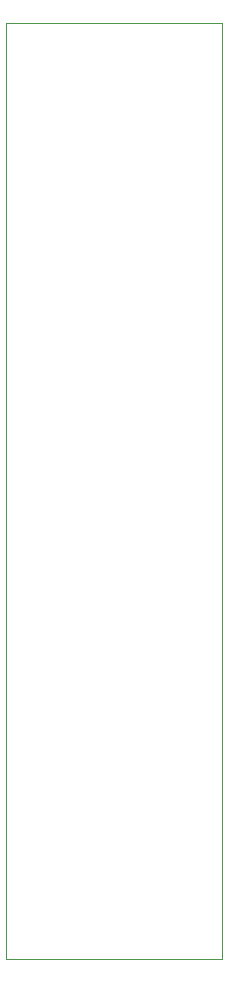
<source format=gbr>
%TF.GenerationSoftware,KiCad,Pcbnew,(5.1.8)-1*%
%TF.CreationDate,2020-12-26T11:11:33-07:00*%
%TF.ProjectId,ISA_BB,4953415f-4242-42e6-9b69-6361645f7063,rev?*%
%TF.SameCoordinates,Original*%
%TF.FileFunction,Profile,NP*%
%FSLAX46Y46*%
G04 Gerber Fmt 4.6, Leading zero omitted, Abs format (unit mm)*
G04 Created by KiCad (PCBNEW (5.1.8)-1) date 2020-12-26 11:11:33*
%MOMM*%
%LPD*%
G01*
G04 APERTURE LIST*
%TA.AperFunction,Profile*%
%ADD10C,0.050000*%
%TD*%
G04 APERTURE END LIST*
D10*
X158496000Y-59436000D02*
X158496000Y-138684000D01*
X176784000Y-59436000D02*
X158496000Y-59436000D01*
X176784000Y-138684000D02*
X176784000Y-59436000D01*
X158496000Y-138684000D02*
X176784000Y-138684000D01*
M02*

</source>
